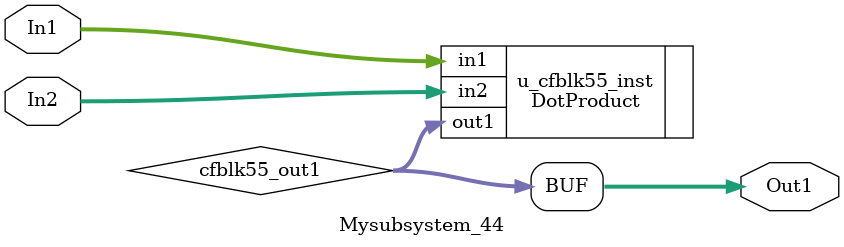
<source format=v>



`timescale 1 ns / 1 ns

module Mysubsystem_44
          (In1,
           In2,
           Out1);


  input   [7:0] In1;  // uint8
  input   [7:0] In2;  // uint8
  output  [15:0] Out1;  // uint16


  wire [15:0] cfblk55_out1;  // uint16


  DotProduct u_cfblk55_inst (.in1(In1),  // uint8
                             .in2(In2),  // uint8
                             .out1(cfblk55_out1)  // uint16
                             );

  assign Out1 = cfblk55_out1;

endmodule  // Mysubsystem_44


</source>
